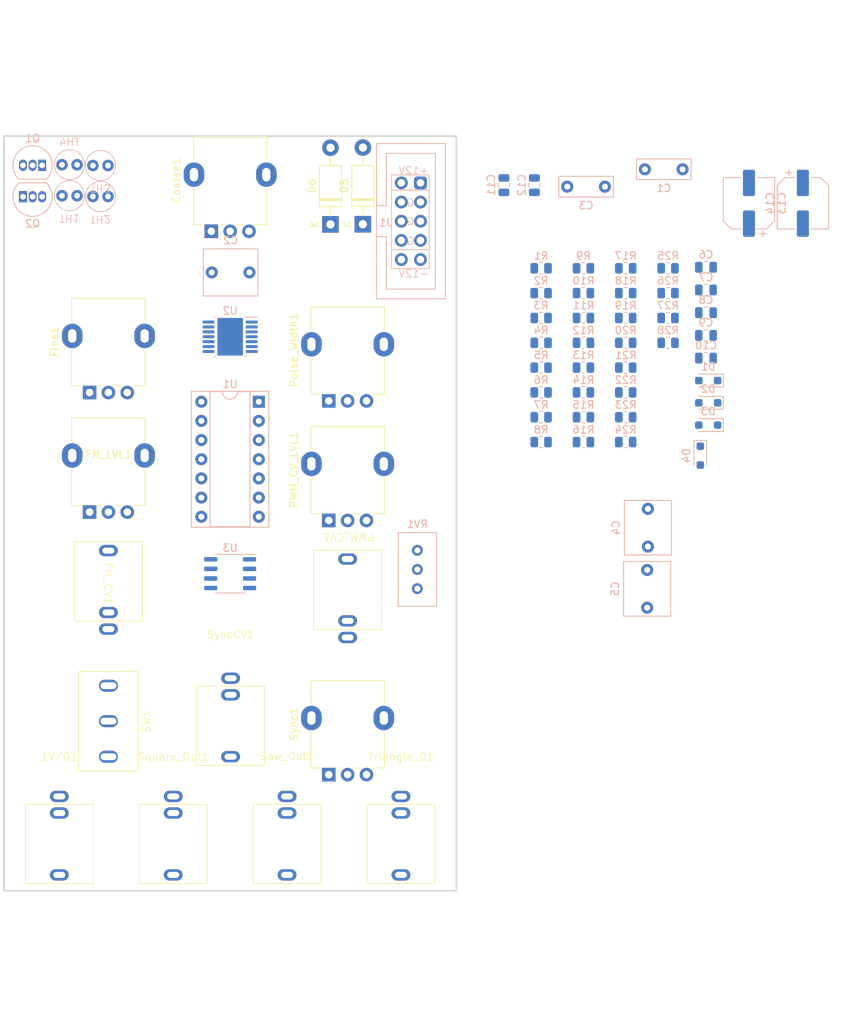
<source format=kicad_pcb>
(kicad_pcb (version 20221018) (generator pcbnew)
  (layers (0 "F.Cu" signal) (31 "B.Cu" signal) (34 "B.Paste" user) (35 "F.Paste" user) (36 "B.SilkS" user "B.Silkscreen") (37 "F.SilkS" user "F.Silkscreen") (38 "B.Mask" user) (39 "F.Mask" user) (44 "Edge.Cuts" user))
  (net 0 "")
  (net 1 "Earth")
  (net 2 "Net-(1V/O1-T)")
  (net 3 "Net-(D1-K)")
  (net 4 "Net-(U2A--)")
  (net 5 "Net-(C3-Pad1)")
  (net 6 "Net-(D2-K)")
  (net 7 "Net-(C5-Pad2)")
  (net 8 "+12V")
  (net 9 "-12V")
  (net 10 "Net-(Coarse1-Pad1)")
  (net 11 "Net-(Coarse1-Pad2)")
  (net 12 "Net-(Coarse1-Pad3)")
  (net 13 "Net-(D1-A)")
  (net 14 "Net-(D2-A)")
  (net 15 "Net-(D3-K)")
  (net 16 "Net-(D4-A)")
  (net 17 "Net-(D5-K)")
  (net 18 "Net-(D5-A)")
  (net 19 "Net-(D6-K)")
  (net 20 "Net-(D6-A)")
  (net 21 "Net-(Fine1-Pad2)")
  (net 22 "Net-(Fine1-Pad3)")
  (net 23 "Net-(FM_CV1-T)")
  (net 24 "Net-(Pulse_Width1-Pad2)")
  (net 25 "Net-(PWM_CV1-T)")
  (net 26 "Net-(Q1-B)")
  (net 27 "Net-(Q2-B)")
  (net 28 "Net-(R4-Pad1)")
  (net 29 "Net-(Saw_Out1-T)")
  (net 30 "Net-(R9-Pad2)")
  (net 31 "Net-(Square_Out1-T)")
  (net 32 "Net-(R12-Pad2)")
  (net 33 "Net-(R13-Pad1)")
  (net 34 "Net-(R14-Pad1)")
  (net 35 "Net-(R15-Pad1)")
  (net 36 "Net-(R16-Pad1)")
  (net 37 "Net-(SW1-C)")
  (net 38 "Net-(Triangle_O1-T)")
  (net 39 "Net-(Square_Out1-S)")
  (net 40 "Net-(SW1-B)")
  (net 44 "Net-(U2B-+)")
  (net 45 "Net-(U2B--)")
  (net 46 "Net-(U2C--)")
  (net 47 "Net-(U2D-+)")
  (net 48 "Net-(U2D--)")
  (net 49 "Net-(U3A-+)")
  (net 50 "Net-(U3B-+)")
  (net 51 "Net-(U3B--)")
  (net 54 "Net-(FM_LVL1-Pad1)")
  (net 55 "Net-(PWM_CV_LVL1-Pad2)")
  (footprint "My_Library:Potentiometer_Alpha_RD901F-40-00D_Single_Vertical" (layer "F.Cu") (at 51.415 46.616 90)
    (fp_text reference "Coarse1" (at 6.71 -4.64 90) (layer "F.SilkS"))
    (fp_text value "100K")
    (pad "" thru_hole oval (at 7.5 -2.3 180) (size 2.72 3.24) (drill oval 1.1 1.8) (layers "*.Cu" "*.Mask"))
    (pad "" thru_hole oval (at 7.5 7.3 180) (size 2.72 3.24) (drill oval 1.1 1.8) (layers "*.Cu" "*.Mask"))
    (pad "1" thru_hole rect (at 0 0 180) (size 1.8 1.8) (drill 1) (layers "*.Cu" "*.Mask") (net 10 "Net-(Coarse1-Pad1)"))
    (pad "2" thru_hole circle (at 0 2.5 180) (size 1.8 1.8) (drill 1) (layers "*.Cu" "*.Mask") (net 11 "Net-(Coarse1-Pad2)"))
    (pad "3" thru_hole circle (at 0 5 180) (size 1.8 1.8) (drill 1) (layers "*.Cu" "*.Mask") (net 12 "Net-(Coarse1-Pad3)"))
  )
  (footprint "My_Library:Potentiometer_Alpha_RD901F-40-00D_Single_Vertical" (layer "F.Cu") (at 35.2725 83.831241 90)
    (fp_text reference "FM_LVL1" (at 7.63 2.5 180) (layer "F.SilkS"))
    (fp_text value "1M")
    (pad "" thru_hole oval (at 7.5 -2.3 180) (size 2.72 3.24) (drill oval 1.1 1.8) (layers "*.Cu" "*.Mask"))
    (pad "" thru_hole oval (at 7.5 7.3 180) (size 2.72 3.24) (drill oval 1.1 1.8) (layers "*.Cu" "*.Mask"))
    (pad "1" thru_hole rect (at 0 0 180) (size 1.8 1.8) (drill 1) (layers "*.Cu" "*.Mask") (net 54 "Net-(FM_LVL1-Pad1)"))
    (pad "2" thru_hole circle (at 0 2.5 180) (size 1.8 1.8) (drill 1) (layers "*.Cu" "*.Mask") (net 27 "Net-(Q2-B)"))
    (pad "3" thru_hole circle (at 0 5 180) (size 1.8 1.8) (drill 1) (layers "*.Cu" "*.Mask") (net 27 "Net-(Q2-B)"))
  )
  (footprint "My_Library:Connector 3.5mm Mono Switched" (layer "F.Cu") (at 46.365 118.754 180)
    (fp_text reference "Square_Out1" (at 0 2.5 unlocked) (layer "F.SilkS") (effects (font (thickness 0.1))))
    (fp_text value "3.5mm_Switched_Mono_Jack" hide)
    (pad "1" thru_hole oval (at 0 -2.76 270) (size 1.5 2.5) (drill oval 0.8 1.6) (layers "*.Cu" "*.Mask") (net 39 "Net-(Square_Out1-S)"))
    (pad "2" thru_hole oval (at 0 -4.96 270) (size 1.5 2.5) (drill oval 0.8 1.6) (layers "*.Cu" "*.Mask") (net 39 "Net-(Square_Out1-S)"))
    (pad "3" thru_hole oval (at 0 -13.16 270) (size 1.5 2.5) (drill oval 0.8 1.6) (layers "*.Cu" "*.Mask") (net 31 "Net-(Square_Out1-T)"))
  )
  (footprint "Diode_THT:D_DO-41_SOD81_P10.16mm_Horizontal" (layer "F.Cu") (at 67.215 45.705 90)
    (fp_text reference "D6" (at 5.08 -2.47 90) (layer "F.SilkS"))
    (fp_text value "1N5819")
    (fp_text user "K" (at 0 -2.1 90) (layer "F.SilkS"))
    (pad "1" thru_hole rect (at 0 0 90) (size 2.2 2.2) (drill 1.1) (layers "*.Cu" "*.Mask") (net 19 "Net-(D6-K)"))
    (pad "2" thru_hole oval (at 10.16 0 90) (size 2.2 2.2) (drill 1.1) (layers "*.Cu" "*.Mask") (net 20 "Net-(D6-A)"))
  )
  (footprint "My_Library:Connector 3.5mm Mono Switched" (layer "F.Cu") (at 61.465 118.754 180)
    (fp_text reference "Saw_Out1" (at 0 2.58 unlocked) (layer "F.SilkS") (effects (font (thickness 0.1))))
    (fp_text value "3.5mm_Switched_Mono_Jack" hide)
    (pad "1" thru_hole oval (at 0 -2.76 270) (size 1.5 2.5) (drill oval 0.8 1.6) (layers "*.Cu" "*.Mask") (net 1 "Earth"))
    (pad "2" thru_hole oval (at 0 -4.96 270) (size 1.5 2.5) (drill oval 0.8 1.6) (layers "*.Cu" "*.Mask") (net 1 "Earth"))
    (pad "3" thru_hole oval (at 0 -13.16 270) (size 1.5 2.5) (drill oval 0.8 1.6) (layers "*.Cu" "*.Mask") (net 29 "Net-(Saw_Out1-T)"))
  )
  (footprint "My_Library:Connector 3.5mm Mono Switched" (layer "F.Cu") (at 31.265 118.754 180)
    (fp_text reference "1V/O1" (at 0 2.5 unlocked) (layer "F.SilkS") (effects (font (thickness 0.1))))
    (fp_text value "3.5mm_Switched_Mono_Jack" hide)
    (pad "1" thru_hole oval (at 0 -2.76 270) (size 1.5 2.5) (drill oval 0.8 1.6) (layers "*.Cu" "*.Mask") (net 1 "Earth"))
    (pad "2" thru_hole oval (at 0 -4.96 270) (size 1.5 2.5) (drill oval 0.8 1.6) (layers "*.Cu" "*.Mask") (net 1 "Earth"))
    (pad "3" thru_hole oval (at 0 -13.16 270) (size 1.5 2.5) (drill oval 0.8 1.6) (layers "*.Cu" "*.Mask") (net 2 "Net-(1V/O1-T)"))
  )
  (footprint "My_Library:Potentiometer_Alpha_RD901F-40-00D_Single_Vertical" (layer "F.Cu") (at 66.995 84.942516 90)
    (fp_text reference "PWM_CV_LVL1" (at 6.71 -4.64 90) (layer "F.SilkS"))
    (fp_text value "250K")
    (pad "" thru_hole oval (at 7.5 -2.3 180) (size 2.72 3.24) (drill oval 1.1 1.8) (layers "*.Cu" "*.Mask"))
    (pad "" thru_hole oval (at 7.5 7.3 180) (size 2.72 3.24) (drill oval 1.1 1.8) (layers "*.Cu" "*.Mask"))
    (pad "1" thru_hole rect (at 0 0 180) (size 1.8 1.8) (drill 1) (layers "*.Cu" "*.Mask") (net 25 "Net-(PWM_CV1-T)"))
    (pad "2" thru_hole circle (at 0 2.5 180) (size 1.8 1.8) (drill 1) (layers "*.Cu" "*.Mask") (net 55 "Net-(PWM_CV_LVL1-Pad2)"))
    (pad "3" thru_hole circle (at 0 5 180) (size 1.8 1.8) (drill 1) (layers "*.Cu" "*.Mask") (net 55 "Net-(PWM_CV_LVL1-Pad2)"))
  )
  (footprint "My_Library:Potentiometer_Alpha_RD901F-40-00D_Single_Vertical" (layer "F.Cu") (at 35.2725 67.99 90)
    (fp_text reference "Fine1" (at 6.71 -4.64 90) (layer "F.SilkS"))
    (fp_text value "100K")
    (pad "" thru_hole oval (at 7.5 -2.3 180) (size 2.72 3.24) (drill oval 1.1 1.8) (layers "*.Cu" "*.Mask"))
    (pad "" thru_hole oval (at 7.5 7.3 180) (size 2.72 3.24) (drill oval 1.1 1.8) (layers "*.Cu" "*.Mask"))
    (pad "1" thru_hole rect (at 0 0 180) (size 1.8 1.8) (drill 1) (layers "*.Cu" "*.Mask") (net 1 "Earth"))
    (pad "2" thru_hole circle (at 0 2.5 180) (size 1.8 1.8) (drill 1) (layers "*.Cu" "*.Mask") (net 21 "Net-(Fine1-Pad2)"))
    (pad "3" thru_hole circle (at 0 5 180) (size 1.8 1.8) (drill 1) (layers "*.Cu" "*.Mask") (net 22 "Net-(Fine1-Pad3)"))
  )
  (footprint "My_Library:Connector 3.5mm Mono Switched" (layer "F.Cu") (at 53.975 103.09 180)
    (fp_text reference "SyncCV1" (at 0 3.04 unlocked) (layer "F.SilkS") (effects (font (thickness 0.1))))
    (fp_text value "3.5mm_Switched_Mono_Jack" hide)
    (pad "1" thru_hole oval (at 0 -2.76 270) (size 1.5 2.5) (drill oval 0.8 1.6) (layers "*.Cu" "*.Mask"))
    (pad "2" thru_hole oval (at 0 -4.96 270) (size 1.5 2.5) (drill oval 0.8 1.6) (layers "*.Cu" "*.Mask"))
    (pad "3" thru_hole oval (at 0 -13.16 270) (size 1.5 2.5) (drill oval 0.8 1.6) (layers "*.Cu" "*.Mask"))
  )
  (footprint "My_Library:Connector 3.5mm Mono Switched" (layer "F.Cu") (at 69.495 103.208757)
    (fp_text reference "PWM_CV1" (at 0.16 -16.065 180 unlocked) (layer "F.SilkS") (effects (font (thickness 0.1))))
    (fp_text value "3.5mm_Switched_Mono_Jack")
    (pad "1" thru_hole oval (at 0 -2.76 90) (size 1.5 2.5) (drill oval 0.8 1.6) (layers "*.Cu" "*.Mask") (net 1 "Earth"))
    (pad "2" thru_hole oval (at 0 -4.96 90) (size 1.5 2.5) (drill oval 0.8 1.6) (layers "*.Cu" "*.Mask") (net 1 "Earth"))
    (pad "3" thru_hole oval (at 0 -13.16 90) (size 1.5 2.5) (drill oval 0.8 1.6) (layers "*.Cu" "*.Mask") (net 25 "Net-(PWM_CV1-T)"))
  )
  (footprint "My_Library:Potentiometer_Alpha_RD901F-40-00D_Single_Vertical" (layer "F.Cu") (at 66.995 69.101275 90)
    (fp_text reference "Pulse_Width1" (at 6.71 -4.64 90) (layer "F.SilkS"))
    (fp_text value "100K")
    (pad "" thru_hole oval (at 7.5 -2.3 180) (size 2.72 3.24) (drill oval 1.1 1.8) (layers "*.Cu" "*.Mask"))
    (pad "" thru_hole oval (at 7.5 7.3 180) (size 2.72 3.24) (drill oval 1.1 1.8) (layers "*.Cu" "*.Mask"))
    (pad "1" thru_hole rect (at 0 0 180) (size 1.8 1.8) (drill 1) (layers "*.Cu" "*.Mask") (net 8 "+12V"))
    (pad "2" thru_hole circle (at 0 2.5 180) (size 1.8 1.8) (drill 1) (layers "*.Cu" "*.Mask") (net 24 "Net-(Pulse_Width1-Pad2)"))
    (pad "3" thru_hole circle (at 0 5 180) (size 1.8 1.8) (drill 1) (layers "*.Cu" "*.Mask") (net 9 "-12V"))
  )
  (footprint "My_Library:SPDT ON-ON sw" (layer "F.Cu") (at 37.7725 111.538725 90)
    (fp_text reference "SW1" (at 0 5.08 90 unlocked) (layer "F.SilkS") (effects (font (thickness 0.1))))
    (fp_text value "SW_Nidec_CAS-120A1")
    (pad "1" thru_hole oval (at -4.711275 -0.000725 90) (size 1.6 2.5) (drill oval 0.9 2.1) (layers "*.Cu" "*.Mask") (net 37 "Net-(SW1-C)"))
    (pad "2" thru_hole oval (at 0 0 90) (size 1.6 2.5) (drill oval 0.9 2.1) (layers "*.Cu" "*.Mask") (net 40 "Net-(SW1-B)"))
    (pad "3" thru_hole oval (at 4.701666 0.00006 90) (size 1.6 2.5) (drill oval 0.9 2.1) (layers "*.Cu" "*.Mask"))
  )
  (footprint "My_Library:Potentiometer_Alpha_RD901F-40-00D_Single_Vertical" (layer "F.Cu") (at 66.995 118.625 90)
    (fp_text reference "Sync1" (at 6.71 -4.64 90) (layer "F.SilkS"))
    (fp_text value "R_Potentiometer")
    (pad "" thru_hole oval (at 7.5 -2.3 180) (size 2.72 3.24) (drill oval 1.1 1.8) (layers "*.Cu" "*.Mask"))
    (pad "" thru_hole oval (at 7.5 7.3 180) (size 2.72 3.24) (drill oval 1.1 1.8) (layers "*.Cu" "*.Mask"))
    (pad "1" thru_hole rect (at 0 0 180) (size 1.8 1.8) (drill 1) (layers "*.Cu" "*.Mask"))
    (pad "2" thru_hole circle (at 0 2.5 180) (size 1.8 1.8) (drill 1) (layers "*.Cu" "*.Mask"))
    (pad "3" thru_hole circle (at 0 5 180) (size 1.8 1.8) (drill 1) (layers "*.Cu" "*.Mask"))
  )
  (footprint "Diode_THT:D_DO-41_SOD81_P10.16mm_Horizontal" (layer "F.Cu") (at 71.515 45.685 90)
    (fp_text reference "D5" (at 5.08 -2.47 90) (layer "F.SilkS"))
    (fp_text value "1N5819")
    (fp_text user "K" (at 0 -2.1 90) (layer "F.SilkS"))
    (pad "1" thru_hole rect (at 0 0 90) (size 2.2 2.2) (drill 1.1) (layers "*.Cu" "*.Mask") (net 17 "Net-(D5-K)"))
    (pad "2" thru_hole oval (at 10.16 0 90) (size 2.2 2.2) (drill 1.1) (layers "*.Cu" "*.Mask") (net 18 "Net-(D5-A)"))
  )
  (footprint "My_Library:Connector 3.5mm Mono Switched" (layer "F.Cu") (at 37.7725 102.097482)
    (fp_text reference "FM_CV1" (at -0.055 -8.8 -90 unlocked) (layer "F.SilkS") (effects (font (thickness 0.1))))
    (fp_text value "3.5mm_Switched_Mono_Jack")
    (pad "1" thru_hole oval (at 0 -2.76 90) (size 1.5 2.5) (drill oval 0.8 1.6) (layers "*.Cu" "*.Mask") (net 1 "Earth"))
    (pad "2" thru_hole oval (at 0 -4.96 90) (size 1.5 2.5) (drill oval 0.8 1.6) (layers "*.Cu" "*.Mask") (net 1 "Earth"))
    (pad "3" thru_hole oval (at 0 -13.16 90) (size 1.5 2.5) (drill oval 0.8 1.6) (layers "*.Cu" "*.Mask") (net 23 "Net-(FM_CV1-T)"))
  )
  (footprint "My_Library:Connector 3.5mm Mono Switched" (layer "F.Cu") (at 76.565 118.754 180)
    (fp_text reference "Triangle_O1" (at 0 2.5 unlocked) (layer "F.SilkS") (effects (font (thickness 0.1))))
    (fp_text value "3.5mm_Switched_Mono_Jack" hide)
    (pad "1" thru_hole oval (at 0 -2.76 270) (size 1.5 2.5) (drill oval 0.8 1.6) (layers "*.Cu" "*.Mask") (net 1 "Earth"))
    (pad "2" thru_hole oval (at 0 -4.96 270) (size 1.5 2.5) (drill oval 0.8 1.6) (layers "*.Cu" "*.Mask") (net 1 "Earth"))
    (pad "3" thru_hole oval (at 0 -13.16 270) (size 1.5 2.5) (drill oval 0.8 1.6) (layers "*.Cu" "*.Mask") (net 38 "Net-(Triangle_O1-T)"))
  )
  (footprint "Resistor_SMD:R_0805_2012Metric" (layer "B.Cu") (at 95.155 51.525 180)
    (fp_text reference "R1" (at 0 1.65) (layer "B.SilkS") (effects (justify mirror)))
    (fp_text value "1M")
    (pad "1" smd roundrect (at -0.9125 0 180) (size 1.025 1.4) (layers "B.Cu" "B.Paste" "B.Mask") (roundrect_rratio 0.243902) (net 8 "+12V"))
    (pad "2" smd roundrect (at 0.9125 0 180) (size 1.025 1.4) (layers "B.Cu" "B.Paste" "B.Mask") (roundrect_rratio 0.243902) (net 26 "Net-(Q1-B)"))
  )
  (footprint "Capacitor_SMD:C_0805_2012Metric" (layer "B.Cu") (at 117.015 63.425 180)
    (fp_text reference "C10" (at 0 1.68) (layer "B.SilkS") (effects (justify mirror)))
    (fp_text value "0.1uF")
    (pad "1" smd roundrect (at -0.95 0 180) (size 1 1.45) (layers "B.Cu" "B.Paste" "B.Mask") (net 9 "-12V"))
    (pad "2" smd roundrect (at 0.95 0 180) (size 1 1.45) (layers "B.Cu" "B.Paste" "B.Mask") (net 1 "Earth"))
  )
  (footprint "Package_SO:SO-8_3.9x4.9mm_P1.27mm" (layer "B.Cu") (at 53.915 91.995 180)
    (fp_text reference "U3" (at 0 3.4) (layer "B.SilkS") (effects (justify mirror)))
    (fp_text value "TL072")
    (pad "1" smd roundrect (at -2.575 1.905 180) (size 1.75 0.6) (layers "B.Cu" "B.Paste" "B.Mask") (net 16 "Net-(D4-A)"))
    (pad "2" smd roundrect (at -2.575 0.635 180) (size 1.75 0.6) (layers "B.Cu" "B.Paste" "B.Mask") (net 16 "Net-(D4-A)"))
    (pad "3" smd roundrect (at -2.575 -0.635 180) (size 1.75 0.6) (layers "B.Cu" "B.Paste" "B.Mask") (net 49 "Net-(U3A-+)"))
    (pad "4" smd roundrect (at -2.575 -1.905 180) (size 1.75 0.6) (layers "B.Cu" "B.Paste" "B.Mask") (net 9 "-12V"))
    (pad "5" smd roundrect (at 2.575 -1.905 180) (size 1.75 0.6) (layers "B.Cu" "B.Paste" "B.Mask") (net 50 "Net-(U3B-+)"))
    (pad "6" smd roundrect (at 2.575 -0.635 180) (size 1.75 0.6) (layers "B.Cu" "B.Paste" "B.Mask") (net 51 "Net-(U3B--)"))
    (pad "7" smd roundrect (at 2.575 0.635 180) (size 1.75 0.6) (layers "B.Cu" "B.Paste" "B.Mask") (net 14 "Net-(D2-A)"))
    (pad "8" smd roundrect (at 2.575 1.905 180) (size 1.75 0.6) (layers "B.Cu" "B.Paste" "B.Mask") (net 8 "+12V"))
  )
  (footprint "Package_TO_SOT_THT:TO-92_Inline" (layer "B.Cu") (at 28.985 37.875 180)
    (fp_text reference "Q1" (at 1.27 3.56) (layer "B.SilkS") (effects (justify mirror)))
    (fp_text value "BC548")
    (pad "1" thru_hole rect (at 0 0 180) (size 1.05 1.5) (drill 0.75) (layers "*.Cu" "*.Mask") (net 15 "Net-(D3-K)"))
    (pad "2" thru_hole oval (at 1.27 0 180) (size 1.05 1.5) (drill 0.75) (layers "*.Cu" "*.Mask") (net 26 "Net-(Q1-B)"))
    (pad "3" thru_hole oval (at 2.54 0 180) (size 1.05 1.5) (drill 0.75) (layers "*.Cu" "*.Mask") (net 1 "Earth"))
  )
  (footprint "My_Library:Thermistor" (layer "B.Cu") (at 36.715 35.905)
    (fp_text reference "TH3" (at 0 5 180 unlocked) (layer "B.SilkS") (effects (font (thickness 0.1)) (justify mirror)))
    (fp_text value "10K NTC")
    (pad "1" thru_hole circle (at 1 2) (size 1.524 1.524) (drill 0.762) (layers "*.Cu" "*.Mask") (net 36 "Net-(R16-Pad1)"))
    (pad "2" thru_hole circle (at -1 2) (size 1.524 1.524) (drill 0.762) (layers "*.Cu" "*.Mask") (net 27 "Net-(Q2-B)"))
  )
  (footprint "Resistor_SMD:R_0805_2012Metric" (layer "B.Cu") (at 111.985 51.525 180)
    (fp_text reference "R25" (at 0 1.65) (layer "B.SilkS") (effects (justify mirror)))
    (fp_text value "10R")
    (pad "1" smd roundrect (at -0.9125 0 180) (size 1.025 1.4) (layers "B.Cu" "B.Paste" "B.Mask") (roundrect_rratio 0.243902) (net 20 "Net-(D6-A)"))
    (pad "2" smd roundrect (at 0.9125 0 180) (size 1.025 1.4) (layers "B.Cu" "B.Paste" "B.Mask") (roundrect_rratio 0.243902) (net 9 "-12V"))
  )
  (footprint "My_Library:Thermistor" (layer "B.Cu") (at 32.615 39.905)
    (fp_text reference "TH1" (at 0 5 180 unlocked) (layer "B.SilkS") (effects (font (thickness 0.1)) (justify mirror)))
    (fp_text value "10K NTC")
    (pad "1" thru_hole circle (at 1 2) (size 1.524 1.524) (drill 0.762) (layers "*.Cu" "*.Mask") (net 33 "Net-(R13-Pad1)"))
    (pad "2" thru_hole circle (at -1 2) (size 1.524 1.524) (drill 0.762) (layers "*.Cu" "*.Mask") (net 54 "Net-(FM_LVL1-Pad1)"))
  )
  (footprint "Capacitor_SMD:CP_Elec_6.3x5.8" (layer "B.Cu") (at 122.715 42.905 90)
    (fp_text reference "C13" (at 0 4.35 90) (layer "B.SilkS") (effects (justify mirror)))
    (fp_text value "47uF")
    (pad "1" smd roundrect (at -2.7 0 90) (size 3.5 1.6) (layers "B.Cu" "B.Paste" "B.Mask") (roundrect_rratio 0.15625) (net 8 "+12V"))
    (pad "2" smd roundrect (at 2.7 0 90) (size 3.5 1.6) (layers "B.Cu" "B.Paste" "B.Mask") (roundrect_rratio 0.15625) (net 1 "Earth"))
  )
  (footprint "Resistor_SMD:R_0805_2012Metric" (layer "B.Cu") (at 95.155 71.265 180)
    (fp_text reference "R7" (at 0 1.65) (layer "B.SilkS") (effects (justify mirror)))
    (fp_text value "68K")
    (pad "1" smd roundrect (at -0.9125 0 180) (size 1.025 1.4) (layers "B.Cu" "B.Paste" "B.Mask") (roundrect_rratio 0.243902) (net 46 "Net-(U2C--)"))
    (pad "2" smd roundrect (at 0.9125 0 180) (size 1.025 1.4) (layers "B.Cu" "B.Paste" "B.Mask") (roundrect_rratio 0.243902) (net 55 "Net-(PWM_CV_LVL1-Pad2)"))
  )
  (footprint "Resistor_SMD:R_0805_2012Metric" (layer "B.Cu") (at 95.155 54.815 180)
    (fp_text reference "R2" (at 0 1.65) (layer "B.SilkS") (effects (justify mirror)))
    (fp_text value "100K")
    (pad "1" smd roundrect (at -0.9125 0 180) (size 1.025 1.4) (layers "B.Cu" "B.Paste" "B.Mask") (roundrect_rratio 0.243902) (net 44 "Net-(U2B-+)"))
    (pad "2" smd roundrect (at 0.9125 0 180) (size 1.025 1.4) (layers "B.Cu" "B.Paste" "B.Mask") (roundrect_rratio 0.243902) (net 1 "Earth"))
  )
  (footprint "Capacitor_THT:C_Rect_L7.0mm_W6.0mm_P5.00mm" (layer "B.Cu") (at 109.215 91.505 -90)
    (fp_text reference "C5" (at 2.5 4.25 90) (layer "B.SilkS") (effects (justify mirror)))
    (fp_text value "1uF")
    (pad "1" thru_hole circle (at 0 0 270) (size 1.6 1.6) (drill 0.8) (layers "*.Cu" "*.Mask") (net 6 "Net-(D2-K)"))
    (pad "2" thru_hole circle (at 5 0 270) (size 1.6 1.6) (drill 0.8) (layers "*.Cu" "*.Mask") (net 7 "Net-(C5-Pad2)"))
  )
  (footprint "Capacitor_SMD:C_0805_2012Metric" (layer "B.Cu") (at 94.265 40.505 -90)
    (fp_text reference "C12" (at 0 1.68 90) (layer "B.SilkS") (effects (justify mirror)))
    (fp_text value "0.1uF")
    (pad "1" smd roundrect (at -0.95 0 270) (size 1 1.45) (layers "B.Cu" "B.Paste" "B.Mask") (net 1 "Earth"))
    (pad "2" smd roundrect (at 0.95 0 270) (size 1 1.45) (layers "B.Cu" "B.Paste" "B.Mask") (net 9 "-12V"))
  )
  (footprint "Resistor_SMD:R_0805_2012Metric" (layer "B.Cu") (at 95.155 64.685 180)
    (fp_text reference "R5" (at 0 1.65) (layer "B.SilkS") (effects (justify mirror)))
    (fp_text value "1K")
    (pad "1" smd roundrect (at -0.9125 0 180) (size 1.025 1.4) (layers "B.Cu" "B.Paste" "B.Mask") (roundrect_rratio 0.243902) (net 29 "Net-(Saw_Out1-T)"))
    (pad "2" smd roundrect (at 0.9125 0 180) (size 1.025 1.4) (layers "B.Cu" "B.Paste" "B.Mask") (roundrect_rratio 0.243902) (net 28 "Net-(R4-Pad1)"))
  )
  (footprint "Resistor_SMD:R_0805_2012Metric" (layer "B.Cu") (at 95.155 74.555 180)
    (fp_text reference "R8" (at 0 1.65) (layer "B.SilkS") (effects (justify mirror)))
    (fp_text value "100K")
    (pad "1" smd roundrect (at -0.9125 0 180) (size 1.025 1.4) (layers "B.Cu" "B.Paste" "B.Mask") (roundrect_rratio 0.243902) (net 46 "Net-(U2C--)"))
    (pad "2" smd roundrect (at 0.9125 0 180) (size 1.025 1.4) (layers "B.Cu" "B.Paste" "B.Mask") (roundrect_rratio 0.243902) (net 24 "Net-(Pulse_Width1-Pad2)"))
  )
  (footprint "Package_SO:HTSSOP-14-1EP_4.4x5mm_P0.65mm_EP3.4x5mm_Mask3x3.1mm" (layer "B.Cu") (at 53.915 60.6 180)
    (fp_text reference "U2" (at 0 3.45) (layer "B.SilkS") (effects (justify mirror)))
    (fp_text value "TL074")
    (pad "1" smd roundrect (at -2.8625 1.95 180) (size 1.575 0.4) (layers "B.Cu" "B.Paste" "B.Mask") (net 4 "Net-(U2A--)"))
    (pad "2" smd roundrect (at -2.8625 1.3 180) (size 1.575 0.4) (layers "B.Cu" "B.Paste" "B.Mask") (net 4 "Net-(U2A--)"))
    (pad "3" smd roundrect (at -2.8625 0.65 180) (size 1.575 0.4) (layers "B.Cu" "B.Paste" "B.Mask") (net 3 "Net-(D1-K)"))
    (pad "4" smd roundrect (at -2.8625 0 180) (size 1.575 0.4) (layers "B.Cu" "B.Paste" "B.Mask") (net 8 "+12V"))
    (pad "5" smd roundrect (at -2.8625 -0.65 180) (size 1.575 0.4) (layers "B.Cu" "B.Paste" "B.Mask") (net 44 "Net-(U2B-+)"))
    (pad "6" smd roundrect (at -2.8625 -1.3 180) (size 1.575 0.4) (layers "B.Cu" "B.Paste" "B.Mask") (net 45 "Net-(U2B--)"))
    (pad "7" smd roundrect (at -2.8625 -1.95 180) (size 1.575 0.4) (layers "B.Cu" "B.Paste" "B.Mask") (net 28 "Net-(R4-Pad1)"))
    (pad "8" smd roundrect (at 2.8625 -1.95 180) (size 1.575 0.4) (layers "B.Cu" "B.Paste" "B.Mask") (net 30 "Net-(R9-Pad2)"))
    (pad "9" smd roundrect (at 2.8625 -1.3 180) (size 1.575 0.4) (layers "B.Cu" "B.Paste" "B.Mask") (net 46 "Net-(U2C--)"))
    (pad "10" smd roundrect (at 2.8625 -0.65 180) (size 1.575 0.4) (layers "B.Cu" "B.Paste" "B.Mask") (net 44 "Net-(U2B-+)"))
    (pad "11" smd roundrect (at 2.8625 0 180) (size 1.575 0.4) (layers "B.Cu" "B.Paste" "B.Mask") (net 9 "-12V"))
    (pad "12" smd roundrect (at 2.8625 0.65 180) (size 1.575 0.4) (layers "B.Cu" "B.Paste" "B.Mask") (net 47 "Net-(U2D-+)"))
    (pad "13" smd roundrect (at 2.8625 1.3 180) (size 1.575 0.4) (layers "B.Cu" "B.Paste" "B.Mask") (net 48 "Net-(U2D--)"))
    (pad "14" smd roundrect (at 2.8625 1.95 180) (size 1.575 0.4) (layers "B.Cu" "B.Paste" "B.Mask") (net 48 "Net-(U2D--)"))
    (pad "15" smd rect (at 0 0 180) (size 3.4 5) (layers "B.Cu"))
  )
  (footprint "Resistor_SMD:R_0805_2012Metric" (layer "B.Cu") (at 100.765 64.685 180)
    (fp_text reference "R13" (at 0 1.65) (layer "B.SilkS") (effects (justify mirror)))
    (fp_text value "100K")
    (pad "1" smd roundrect (at -0.9125 0 180) (size 1.025 1.4) (layers "B.Cu" "B.Paste" "B.Mask") (roundrect_rratio 0.243902) (net 33 "Net-(R13-Pad1)"))
    (pad "2" smd roundrect (at 0.9125 0 180) (size 1.025 1.4) (layers "B.Cu" "B.Paste" "B.Mask") (roundrect_rratio 0.243902) (net 23 "Net-(FM_CV1-T)"))
  )
  (footprint "Resistor_SMD:R_0805_2012Metric" (layer "B.Cu") (at 106.375 61.395 180)
    (fp_text reference "R20" (at 0 1.65) (layer "B.SilkS") (effects (justify mirror)))
    (fp_text value "200K")
    (pad "1" smd roundrect (at -0.9125 0 180) (size 1.025 1.4) (layers "B.Cu" "B.Paste" "B.Mask") (roundrect_rratio 0.243902) (net 49 "Net-(U3A-+)"))
    (pad "2" smd roundrect (at 0.9125 0 180) (size 1.025 1.4) (layers "B.Cu" "B.Paste" "B.Mask") (roundrect_rratio 0.243902) (net 1 "Earth"))
  )
  (footprint "Package_TO_SOT_THT:TO-92_Inline" (layer "B.Cu") (at 26.445 42.045)
    (fp_text reference "Q2" (at 1.27 3.56) (layer "B.SilkS") (effects (justify mirror)))
    (fp_text value "BC558")
    (pad "1" thru_hole rect (at 0 0) (size 1.05 1.5) (drill 0.75) (layers "*.Cu" "*.Mask") (net 26 "Net-(Q1-B)"))
    (pad "2" thru_hole oval (at 1.27 0) (size 1.05 1.5) (drill 0.75) (layers "*.Cu" "*.Mask") (net 27 "Net-(Q2-B)"))
    (pad "3" thru_hole oval (at 2.54 0) (size 1.05 1.5) (drill 0.75) (layers "*.Cu" "*.Mask") (net 9 "-12V"))
  )
  (footprint "Resistor_SMD:R_0805_2012Metric" (layer "B.Cu") (at 100.765 54.815 180)
    (fp_text reference "R10" (at 0 1.65) (layer "B.SilkS") (effects (justify mirror)))
    (fp_text value "68K")
    (pad "1" smd roundrect (at -0.9125 0 180) (size 1.025 1.4) (layers "B.Cu" "B.Paste" "B.Mask") (roundrect_rratio 0.243902) (net 47 "Net-(U2D-+)"))
    (pad "2" smd roundrect (at 0.9125 0 180) (size 1.025 1.4) (layers "B.Cu" "B.Paste" "B.Mask") (roundrect_rratio 0.243902) (net 1 "Earth"))
  )
  (footprint "Resistor_SMD:R_0805_2012Metric" (layer "B.Cu") (at 95.155 67.975 180)
    (fp_text reference "R6" (at 0 1.65) (layer "B.SilkS") (effects (justify mirror)))
    (fp_text value "14K")
    (pad "1" smd roundrect (at -0.9125 0 180) (size 1.025 1.4) (layers "B.Cu" "B.Paste" "B.Mask") (roundrect_rratio 0.243902) (net 1 "Earth"))
    (pad "2" smd roundrect (at 0.9125 0 180) (size 1.025 1.4) (layers "B.Cu" "B.Paste" "B.Mask") (roundrect_rratio 0.243902) (net 46 "Net-(U2C--)"))
  )
  (footprint "My_Library:IDC-Header_2x05_P2.54mm_Vertical" (layer "B.Cu") (at 78.315 40.205 180)
    (fp_text reference "J1" (at 3.81 -5.28) (layer "B.SilkS") (effects (justify mirror)))
    (fp_text value "Conn_02x05_Odd_Even")
    (fp_text user "G" (at -0.1 -5.7 unlocked) (layer "B.SilkS") (effects (font (thickness 0.1)) (justify left bottom mirror)))
    (fp_text user "G" (at -0.1 -8.3 unlocked) (layer "B.SilkS") (effects (font (thickness 0.1)) (justify left bottom mirror)))
    (fp_text user "+12V" (at -2 1.04 unlocked) (layer "B.SilkS") (effects (font (thickness 0.1)) (justify left bottom mirror)))
    (fp_text user "G" (at -0.1 -3.2 unlocked) (layer "B.SilkS") (effects (font (thickness 0.1)) (justify left bottom mirror)))
    (fp_text user "-12V" (at -2 -12.6 unlocked) (layer "B.SilkS") (effects (font (thickness 0.1)) (justify left bottom mirror)))
    (pad "1" thru_hole roundrect (at -0.84 0) (size 1.7 1.7) (drill 1) (layers "*.Cu" "*.Mask") (net 18 "Net-(D5-A)"))
    (pad "2" thru_hole circle (at 1.7 0) (size 1.7 1.7) (drill 1) (layers "*.Cu" "*.Mask") (net 18 "Net-(D5-A)"))
    (pad "3" thru_hole circle (at -0.84 -2.54) (size 1.7 1.7) (drill 1) (layers "*.Cu" "*.Mask") (net 1 "Earth"))
    (pad "4" thru_hole circle (at 1.7 -2.54) (size 1.7 1.7) (drill 1) (layers "*.Cu" "*.Mask") (net 1 "Earth"))
    (pad "5" thru_hole circle (at -0.84 -5.08) (size 1.7 1.7) (drill 1) (layers "*.Cu" "*.Mask") (net 1 "Earth"))
    (pad "6" thru_hole circle (at 1.7 -5.08) (size 1.7 1.7) (drill 1) (layers "*.Cu" "*.Mask") (net 1 "Earth"))
    (pad "7" thru_hole circle (at -0.84 -7.62) (size 1.7 1.7) (drill 1) (layers "*.Cu" "*.Mask") (net 1 "Earth"))
    (pad "8" thru_hole circle (at 1.7 -7.62) (size 1.7 1.7) (drill 1) (layers "*.Cu" "*.Mask") (net 1 "Earth"))
    (pad "9" thru_hole circle (at -0.84 -10.16) (size 1.7 1.7) (drill 1) (layers "*.Cu" "*.Mask") (net 19 "Net-(D6-K)"))
    (pad "10" thru_hole circle (at 1.7 -10.16) (size 1.7 1.7) (drill 1) (layers "*.Cu" "*.Mask") (net 19 "Net-(D6-K)"))
  )
  (footprint "Capacitor_SMD:C_0805_2012Metric" (layer "B.Cu") (at 117.015 54.395 180)
    (fp_text reference "C7" (at 0 1.68) (layer "B.SilkS") (effects (justify mirror)))
    (fp_text value "0.1uF")
    (pad "1" smd roundrect (at -0.95 0 180) (size 1 1.45) (layers "B.Cu" "B.Paste" "B.Mask") (net 1 "Earth"))
    (pad "2" smd roundrect (at 0.95 0 180) (size 1 1.45) (layers "B.Cu" "B.Paste" "B.Mask") (net 9 "-12V"))
  )
  (footprint "Resistor_SMD:R_0805_2012Metric" (layer "B.Cu") (at 106.375 67.975 180)
    (fp_text reference "R22" (at 0 1.65) (layer "B.SilkS") (effects (justify mirror)))
    (fp_text value "10K")
    (pad "1" smd roundrect (at -0.9125 0 180) (size 1.025 1.4) (layers "B.Cu" "B.Paste" "B.Mask") (roundrect_rratio 0.243902) (net 51 "Net-(U3B--)"))
    (pad "2" smd roundrect (at 0.9125 0 180) (size 1.025 1.4) (layers "B.Cu" "B.Paste" "B.Mask") (roundrect_rratio 0.243902) (net 14 "Net-(D2-A)"))
  )
  (footprint "Resistor_SMD:R_0805_2012Metric" (layer "B.Cu") (at 100.765 61.395 180)
    (fp_text reference "R12" (at 0 1.65) (layer "B.SilkS") (effects (justify mirror)))
    (fp_text value "1K5")
    (pad "1" smd roundrect (at -0.9125 0 180) (size 1.025 1.4) (layers "B.Cu" "B.Paste" "B.Mask") (roundrect_rratio 0.243902) (net 27 "Net-(Q2-B)"))
    (pad "2" smd roundrect (at 0.9125 0 180) (size 1.025 1.4) (layers "B.Cu" "B.Paste" "B.Mask") (roundrect_rratio 0.243902) (net 32 "Net-(R12-Pad2)"))
  )
  (footprint "Resistor_SMD:R_0805_2012Metric" (layer "B.Cu") (at 100.765 71.265 180)
    (fp_text reference "R15" (at 0 1.65) (layer "B.SilkS") (effects (justify mirror)))
    (fp_text value "1M")
    (pad "1" smd roundrect (at -0.9125 0 180) (size 1.025 1.4) (layers "B.Cu" "B.Paste" "B.Mask") (roundrect_rratio 0.243902) (net 35 "Net-(R15-Pad1)"))
    (pad "2" smd roundrect (at 0.9125 0 180) (size 1.025 1.4) (layers "B.Cu" "B.Paste" "B.Mask") (roundrect_rratio 0.243902) (net 21 "Net-(Fine1-Pad2)"))
  )
  (footprint "Diode_SMD:D_SOD-323_HandSoldering" (layer "B.Cu") (at 117.315 66.405 180)
    (fp_text reference "D1" (at 0 1.85) (layer "B.SilkS") (effects (justify mirror)))
    (fp_text value "1N4148")
    (pad "1" smd roundrect (at -1.25 0 180) (size 1 1) (layers "B.Cu" "B.Paste" "B.Mask") (net 3 "Net-(D1-K)"))
    (pad "2" smd roundrect (at 1.25 0 180) (size 1 1) (layers "B.Cu" "B.Paste" "B.Mask") (net 13 "Net-(D1-A)"))
  )
  (footprint "Capacitor_THT:C_Rect_L7.0mm_W2.5mm_P5.00mm" (layer "B.Cu") (at 108.915 38.405)
    (fp_text reference "C1" (at 2.5 2.5) (layer "B.SilkS") (effects (justify mirror)))
    (fp_text value "2.2n")
    (pad "1" thru_hole circle (at 0 0) (size 1.6 1.6) (drill 0.8) (layers "*.Cu" "*.Mask") (net 3 "Net-(D1-K)"))
    (pad "2" thru_hole circle (at 5 0) (size 1.6 1.6) (drill 0.8) (layers "*.Cu" "*.Mask") (net 1 "Earth"))
  )
  (footprint "Diode_SMD:D_SOD-323_HandSoldering" (layer "B.Cu") (at 116.265 76.35 -90)
    (fp_text reference "D4" (at 0 1.85 90) (layer "B.SilkS") (effects (justify mirror)))
    (fp_text value "1N4148")
    (pad "1" smd roundrect (at -1.25 0 270) (size 1 1) (layers "B.Cu" "B.Paste" "B.Mask") (net 6 "Net-(D2-K)"))
    (pad "2" smd roundrect (at 1.25 0 270) (size 1 1) (layers "B.Cu" "B.Paste" "B.Mask") (net 16 "Net-(D4-A)"))
  )
  (footprint "Resistor_SMD:R_0805_2012Metric" (layer "B.Cu") (at 95.155 58.105 180)
    (fp_text reference "R3" (at 0 1.65) (layer "B.SilkS") (effects (justify mirror)))
    (fp_text value "47K")
    (pad "1" smd roundrect (at -0.9125 0 180) (size 1.025 1.4) (layers "B.Cu" "B.Paste" "B.Mask") (roundrect_rratio 0.243902) (net 1 "Earth"))
    (pad "2" smd roundrect (at 0.9125 0 180) (size 1.025 1.4) (layers "B.Cu" "B.Paste" "B.Mask") (roundrect_rratio 0.243902) (net 45 "Net-(U2B--)"))
  )
  (footprint "Resistor_SMD:R_0805_2012Metric" (layer "B.Cu") (at 111.985 61.395 180)
    (fp_text reference "R28" (at 0 1.65) (layer "B.SilkS") (effects (justify mirror)))
    (fp_text value "1K")
    (pad "1" smd roundrect (at -0.9125 0 180) (size 1.025 1.4) (layers "B.Cu" "B.Paste" "B.Mask") (roundrect_rratio 0.243902) (net 7 "Net-(C5-Pad2)"))
    (pad "2" smd roundrect (at 0.9125 0 180) (size 1.025 1.4) (layers "B.Cu" "B.Paste" "B.Mask") (roundrect_rratio 0.243902) (net 38 "Net-(Triangle_O1-T)"))
  )
  (footprint "Potentiometer_THT:Potentiometer_Bourns_3386C_Horizontal" (layer "B.Cu") (at 78.74 88.9 180)
    (fp_text reference "RV1" (at 0 3.475) (layer "B.SilkS") (effects (justify mirror)))
    (fp_text value "1K")
    (pad "1" thru_hole circle (at 0 0 180) (size 1.44 1.44) (drill 0.8) (layers "*.Cu" "*.Mask") (net 32 "Net-(R12-Pad2)"))
    (pad "2" thru_hole circle (at 0 -2.54 180) (size 1.44 1.44) (drill 0.8) (layers "*.Cu" "*.Mask") (net 32 "Net-(R12-Pad2)"))
    (pad "3" thru_hole circle (at 0 -5.08 180) (size 1.44 1.44) (drill 0.8) (layers "*.Cu" "*.Mask") (net 1 "Earth"))
  )
  (footprint "Capacitor_SMD:CP_Elec_6.3x5.8" (layer "B.Cu") (at 129.865 42.905 -90)
    (fp_text reference "C14" (at 0 4.35 90) (layer "B.SilkS") (effects (justify mirror)))
    (fp_text value "47uF")
    (pad "1" smd roundrect (at -2.7 0 270) (size 3.5 1.6) (layers "B.Cu" "B.Paste" "B.Mask") (roundrect_rratio 0.15625) (net 1 "Earth"))
    (pad "2" smd roundrect (at 2.7 0 270) (size 3.5 1.6) (layers "B.Cu" "B.Paste" "B.Mask") (roundrect_rratio 0.15625) (net 9 "-12V"))
  )
  (footprint "My_Library:Thermistor" (layer "B.Cu") (at 32.615 39.805 180)
    (fp_text reference "TH4" (at 0 5 unlocked) (layer "B.SilkS") (effects (font (thickness 0.1)) (justify mirror)))
    (fp_text value "10K NTC")
    (pad "1" thru_hole circle (at 1 2 180) (size 1.524 1.524) (drill 0.762) (layers "*.Cu" "*.Mask") (net 35 "Net-(R15-Pad1)"))
    (pad "2" thru_hole circle (at -1 2 180) (size 1.524 1.524) (drill 0.762) (layers "*.Cu" "*.Mask") (net 27 "Net-(Q2-B)"))
  )
  (footprint "Resistor_SMD:R_0805_2012Metric" (layer "B.Cu") (at 106.375 74.555 180)
    (fp_text reference "R24" (at 0 1.65) (layer "B.SilkS") (effects (justify mirror)))
    (fp_text value "200K")
    (pad "1" smd roundrect (at -0.9125 0 180) (size 1.025 1.4) (layers "B.Cu" "B.Paste" "B.Mask") (roundrect_rratio 0.243902) (net 1 "Earth"))
    (pad "2" smd roundrect (at 0.9125 0 180) (size 1.025 1.4) (layers "B.Cu" "B.Paste" "B.Mask") (roundrect_rratio 0.243902) (net 7 "Net-(C5-Pad2)"))
  )
  (footprint "Resistor_SMD:R_0805_2012Metric" (layer "B.Cu") (at 100.765 67.975 180)
    (fp_text reference "R14" (at 0 1.65) (layer "B.SilkS") (effects (justify mirror)))
    (fp_text value "100K")
    (pad "1" smd roundrect (at -0.9125 0 180) (size 1.025 1.4) (layers "B.Cu" "B.Paste" "B.Mask") (roundrect_rratio 0.243902) (net 34 "Net-(R14-Pad1)"))
    (pad "2" smd roundrect (at 0.9125 0 180) (size 1.025 1.4) (layers "B.Cu" "B.Paste" "B.Mask") (roundrect_rratio 0.243902) (net 2 "Net-(1V/O1-T)"))
  )
  (footprint "Resistor_SMD:R_0805_2012Metric" (layer "B.Cu") (at 106.375 54.815 180)
    (fp_text reference "R18" (at 0 1.65) (layer "B.SilkS") (effects (justify mirror)))
    (fp_text value "33K")
    (pad "1" smd roundrect (at -0.9125 0 180) (size 1.025 1.4) (layers "B.Cu" "B.Paste" "B.Mask") (roundrect_rratio 0.243902) (net 12 "Net-(Coarse1-Pad3)"))
    (pad "2" smd roundrect (at 0.9125 0 180) (size 1.025 1.4) (layers "B.Cu" "B.Paste" "B.Mask") (roundrect_rratio 0.243902) (net 9 "-12V"))
  )
  (footprint "Resistor_SMD:R_0805_2012Metric" (layer "B.Cu") (at 106.375 51.525 180)
    (fp_text reference "R17" (at 0 1.65) (layer "B.SilkS") (effects (justify mirror)))
    (fp_text value "100K")
    (pad "1" smd roundrect (at -0.9125 0 180) (size 1.025 1.4) (layers "B.Cu" "B.Paste" "B.Mask") (roundrect_rratio 0.243902) (net 10 "Net-(Coarse1-Pad1)"))
    (pad "2" smd roundrect (at 0.9125 0 180) (size 1.025 1.4) (layers "B.Cu" "B.Paste" "B.Mask") (roundrect_rratio 0.243902) (net 8 "+12V"))
  )
  (footprint "Capacitor_SMD:C_0805_2012Metric" (layer "B.Cu") (at 117.015 57.405 180)
    (fp_text reference "C8" (at 0 1.68) (layer "B.SilkS") (effects (justify mirror)))
    (fp_text value "0.1uF")
    (pad "1" smd roundrect (at -0.95 0 180) (size 1 1.45) (layers "B.Cu" "B.Paste" "B.Mask") (net 8 "+12V"))
    (pad "2" smd roundrect (at 0.95 0 180) (size 1 1.45) (layers "B.Cu" "B.Paste" "B.Mask") (net 1 "Earth"))
  )
  (footprint "Resistor_SMD:R_0805_2012Metric" (layer "B.Cu") (at 106.375 64.685 180)
    (fp_text reference "R21" (at 0 1.65) (layer "B.SilkS") (effects (justify mirror)))
    (fp_text value "10K")
    (pad "1" smd roundrect (at -0.9125 0 180) (size 1.025 1.4) (layers "B.Cu" "B.Paste" "B.Mask") (roundrect_rratio 0.243902) (net 16 "Net-(D4-A)"))
    (pad "2" smd roundrect (at 0.9125 0 180) (size 1.025 1.4) (layers "B.Cu" "B.Paste" "B.Mask") (roundrect_rratio 0.243902) (net 50 "Net-(U3B-+)"))
  )
  (footprint "Capacitor_SMD:C_0805_2012Metric" (layer "B.Cu") (at 117.015 60.415 180)
    (fp_text reference "C9" (at 0 1.68) (layer "B.SilkS") (effects (justify mirror)))
    (fp_text value "0.1uF")
    (pad "1" smd roundrect (at -0.95 0 180) (size 1 1.45) (layers "B.Cu" "B.Paste" "B.Mask") (net 8 "+12V"))
    (pad "2" smd roundrect (at 0.95 0 180) (size 1 1.45) (layers "B.Cu" "B.Paste" "B.Mask") (net 1 "Earth"))
  )
  (footprint "Resistor_SMD:R_0805_2012Metric" (layer "B.Cu") (at 100.765 74.555 180)
    (fp_text reference "R16" (at 0 1.65) (layer "B.SilkS") (effects (justify mirror)))
    (fp_text value "100K")
    (pad "1" smd roundrect (at -0.9125 0 180) (size 1.025 1.4) (layers "B.Cu" "B.Paste" "B.Mask") (roundrect_rratio 0.243902) (net 36 "Net-(R16-Pad1)"))
    (pad "2" smd roundrect (at 0.9125 0 180) (size 1.025 1.4) (layers "B.Cu" "B.Paste" "B.Mask") (roundrect_rratio 0.243902) (net 11 "Net-(Coarse1-Pad2)"))
  )
  (footprint "Diode_SMD:D_SOD-323_HandSoldering" (layer "B.Cu") (at 117.315 69.355 180)
    (fp_text reference "D2" (at 0 1.85) (layer "B.SilkS") (effects (justify mirror)))
    (fp_text value "1N4148")
    (pad "1" smd roundrect (at -1.25 0 180) (size 1 1) (layers "B.Cu" "B.Paste" "B.Mask") (net 6 "Net-(D2-K)"))
    (pad "2" smd roundrect (at 1.25 0 180) (size 1 1) (layers "B.Cu" "B.Paste" "B.Mask") (net 14 "Net-(D2-A)"))
  )
  (footprint "Resistor_SMD:R_0805_2012Metric" (layer "B.Cu") (at 106.375 58.105 180)
    (fp_text reference "R19" (at 0 1.65) (layer "B.SilkS") (effects (justify mirror)))
    (fp_text value "100K")
    (pad "1" smd roundrect (at -0.9125 0 180) (size 1.025 1.4) (layers "B.Cu" "B.Paste" "B.Mask") (roundrect_rratio 0.243902) (net 22 "Net-(Fine1-Pad3)"))
    (pad "2" smd roundrect (at 0.9125 0 180) (size 1.025 1.4) (layers "B.Cu" "B.Paste" "B.Mask") (roundrect_rratio 0.243902) (net 9 "-12V"))
  )
  (footprint "My_Library:Thermistor" (layer "B.Cu") (at 36.715 40.005)
    (fp_text reference "TH2" (at 0 5 180 unlocked) (layer "B.SilkS") (effects (font (thickness 0.1)) (justify mirror)))
    (fp_text value "10K NTC")
    (pad "1" thru_hole circle (at 1 2) (size 1.524 1.524) (drill 0.762) (layers "*.Cu" "*.Mask") (net 34 "Net-(R14-Pad1)"))
    (pad "2" thru_hole circle (at -1 2) (size 1.524 1.524) (drill 0.762) (layers "*.Cu" "*.Mask") (net 27 "Net-(Q2-B)"))
  )
  (footprint "Capacitor_THT:C_Rect_L7.0mm_W6.0mm_P5.00mm" (layer "B.Cu") (at 109.315 83.405 -90)
    (fp_text reference "C4" (at 2.5 4.25 90) (layer "B.SilkS") (effects (justify mirror)))
    (fp_text value "1uF")
    (pad "1" thru_hole circle (at 0 0 270) (size 1.6 1.6) (drill 0.8) (layers "*.Cu" "*.Mask") (net 3 "Net-(D1-K)"))
    (pad "2" thru_hole circle (at 5 0 270) (size 1.6 1.6) (drill 0.8) (layers "*.Cu" "*.Mask") (net 49 "Net-(U3A-+)"))
  )
  (footprint "Resistor_SMD:R_0805_2012Metric" (layer "B.Cu") (at 95.155 61.395 180)
    (fp_text reference "R4" (at 0 1.65) (layer "B.SilkS") (effects (justify mirror)))
    (fp_text value "100K")
    (pad "1" smd roundrect (at -0.9125 0 180) (size 1.025 1.4) (layers "B.Cu" "B.Paste" "B.Mask") (roundrect_rratio 0.243902) (net 28 "Net-(R4-Pad1)"))
    (pad "2" smd roundrect (at 0.9125 0 180) (size 1.025 1.4) (layers "B.Cu" "B.Paste" "B.Mask") (roundrect_rratio 0.243902) (net 45 "Net-(U2B--)"))
  )
  (footprint "Resistor_SMD:R_0805_2012Metric" (layer "B.Cu") (at 100.765 51.525 180)
    (fp_text reference "R9" (at 0 1.65) (layer "B.SilkS") (effects (justify mirror)))
    (fp_text value "100K")
    (pad "1" smd roundrect (at -0.9125 0 180) (size 1.025 1.4) (layers "B.Cu" "B.Paste" "B.Mask") (roundrect_rratio 0.243902) (net 47 "Net-(U2D-+)"))
    (pad "2" smd roundrect (at 0.9125 0 180) (size 1.025 1.4) (layers "B.Cu" "B.Paste" "B.Mask") (roundrect_rratio 0.243902) (net 30 "Net-(R9-Pad2)"))
  )
  (footprint "Capacitor_THT:C_Rect_L7.0mm_W2.5mm_P5.00mm" (layer "B.Cu") (at 98.615 40.705)
    (fp_text reference "C3" (at 2.5 2.5) (layer "B.SilkS") (effects (justify mirror)))
    (fp_text value "2.2nF")
    (pad "1" thru_hole circle (at 0 0) (size 1.6 1.6) (drill 0.8) (layers "*.Cu" "*.Mask") (net 5 "Net-(C3-Pad1)"))
    (pad "2" thru_hole circle (at 5 0) (size 1.6 1.6) (drill 0.8) (layers "*.Cu" "*.Mask") (net 1 "Earth"))
  )
  (footprint "Capacitor_SMD:C_0805_2012Metric" (layer "B.Cu") (at 117.015 51.385 180)
    (fp_text reference "C6" (at 0 1.68) (layer "B.SilkS") (effects (justify mirror)))
    (fp_text value "0.1uF")
    (pad "1" smd roundrect (at -0.95 0 180) (size 1 1.45) (layers "B.Cu" "B.Paste" "B.Mask") (net 8 "+12V"))
    (pad "2" smd roundrect (at 0.95 0 180) (size 1 1.45) (layers "B.Cu" "B.Paste" "B.Mask") (net 1 "Earth"))
  )
  (footprint "Package_DIP:DIP-14_W7.62mm_Socket" (layer "B.Cu") (at 57.715 69.21 180)
    (fp_text reference "U1" (at 3.81 2.33) (layer "B.SilkS") (effects (justify mirror)))
    (fp_text value "40106")
    (pad "1" thru_hole rect (at 0 0 180) (size 1.6 1.6) (drill 0.8) (layers "*.Cu" "*.Mask") (net 3 "Net-(D1-K)"))
    (pad "2" thru_hole oval (at 0 -2.54 180) (size 1.6 1.6) (drill 0.8) (layers "*.Cu" "*.Mask") (net 13 "Net-(D1-A)"))
    (pad "3" thru_hole oval (at 0 -5.08 180) (size 1.6 1.6) (drill 0.8) (layers "*.Cu" "*.Mask") (net 5 "Net-(C3-Pad1)"))
    (pad "4" thru_hole oval (at 0 -7.62 180) (size 1.6 1.6) (drill 0.8) (layers "*.Cu" "*.Mask") (net 40 "Net-(SW1-B)"))
    (pad "5" thru_hole oval (at 0 -10.16 180) (size 1.6 1.6) (drill 0.8) (layers "*.Cu" "*.Mask") (net 1 "Earth"))
    (pad "6" thru_hole oval (at 0 -12.7 180) (size 1.6 1.6) (drill 0.8) (layers "*.Cu" "*.Mask"))
    (pad "7" thru_hole oval (at 0 -15.24 180) (size 1.6 1.6) (drill 0.8) (layers "*.Cu" "*.Mask") (net 1 "Earth"))
    (pad "8" thru_hole oval (at 7.62 -15.24 180) (size 1.6 1.6) (drill 0.8) (layers "*.Cu" "*.Mask"))
    (pad "9" thru_hole oval (at 7.62 -12.7 180) (size 1.6 1.6) (drill 0.8) (layers "*.Cu" "*.Mask") (net 1 "Earth"))
    (pad "10" thru_hole oval (at 7.62 -10.16 180) (size 1.6 1.6) (drill 0.8) (layers "*.Cu" "*.Mask"))
    (pad "11" thru_hole oval (at 7.62 -7.62 180) (size 1.6 1.6) (drill 0.8) (layers "*.Cu" "*.Mask") (net 1 "Earth"))
    (pad "12" thru_hole oval (at 7.62 -5.08 180) (size 1.6 1.6) (drill 0.8) (layers "*.Cu" "*.Mask"))
    (pad "13" thru_hole oval (at 7.62 -2.54 180) (size 1.6 1.6) (drill 0.8) (layers "*.Cu" "*.Mask") (net 1 "Earth"))
    (pad "14" thru_hole oval (at 7.62 0 180) (size 1.6 1.6) (drill 0.8) (layers "*.Cu" "*.Mask") (net 8 "+12V"))
  )
  (footprint "Resistor_SMD:R_0805_2012Metric" (layer "B.Cu") (at 111.985 58.105 180)
    (fp_text reference "R27" (at 0 1.65) (layer "B.SilkS") (effects (justify mirror)))
    (fp_text value "R")
    (pad "1" smd roundrect (at -0.9125 0 180) (size 1.025 1.4) (layers "B.Cu" "B.Paste" "B.Mask") (roundrect_rratio 0.243902) (net 37 "Net-(SW1-C)"))
    (pad "2" smd roundrect (at 0.9125 0 180) (size 1.025 1.4) (layers "B.Cu" "B.Paste" "B.Mask") (roundrect_rratio 0.243902) (net 15 "Net-(D3-K)"))
  )
  (footprint "Capacitor_SMD:C_0805_2012Metric" (layer "B.Cu") (at 90.215 40.505 -90)
    (fp_text reference "C11" (at 0 1.68 90) (layer "B.SilkS") (effects (justify mirror)))
    (fp_text value "0.1uF")
    (pad "1" smd roundrect (at -0.95 0 270) (size 1 1.45) (layers "B.Cu" "B.Paste" "B.Mask") (net 8 "+12V"))
    (pad "2" smd roundrect (at 0.95 0 270) (size 1 1.45) (layers "B.Cu" "B.Paste" "B.Mask") (net 1 "Earth"))
  )
  (footprint "Diode_SMD:D_SOD-323_HandSoldering" (layer "B.Cu") (at 117.315 72.305 180)
    (fp_text reference "D3" (at 0 1.85) (layer "B.SilkS") (effects (justify mirror)))
    (fp_text value "1N4148")
    (pad "1" smd roundrect (at -1.25 0 180) (size 1 1) (layers "B.Cu" "B.Paste" "B.Mask") (net 15 "Net-(D3-K)"))
    (pad "2" smd roundrect (at 1.25 0 180) (size 1 1) (layers "B.Cu" "B.Paste" "B.Mask") (net 3 "Net-(D1-K)"))
  )
  (footprint "Resistor_SMD:R_0805_2012Metric" (layer "B.Cu") (at 111.985 54.815 180)
    (fp_text reference "R26" (at 0 1.65) (layer "B.SilkS") (effects (justify mirror)))
    (fp_text value "10R")
    (pad "1" smd roundrect (at -0.9125 0 180) (size 1.025 1.4) (layers "B.Cu" "B.Paste" "B.Mask") (roundrect_rratio 0.243902) (net 17 "Net-(D5-K)"))
    (pad "2" smd roundrect (at 0.9125 0 180) (size 1.025 1.4) (layers "B.Cu" "B.Paste" "B.Mask") (roundrect_rratio 0.243902) (net 8 "+12V"))
  )
  (footprint "Resistor_SMD:R_0805_2012Metric" (layer "B.Cu") (at 106.375 71.265 180)
    (fp_text reference "R23" (at 0 1.65) (layer "B.SilkS") (effects (justify mirror)))
    (fp_text value "20K")
    (pad "1" smd roundrect (at -0.9125 0 180) (size 1.025 1.4) (layers "B.Cu" "B.Paste" "B.Mask") (roundrect_rratio 0.243902) (net 9 "-12V"))
    (pad "2" smd roundrect (at 0.9125 0 180) (size 1.025 1.4) (layers "B.Cu" "B.Paste" "B.Mask") (roundrect_rratio 0.243902) (net 6 "Net-(D2-K)"))
  )
  (footprint "Resistor_SMD:R_0805_2012Metric" (layer "B.Cu") (at 100.765 58.105 180)
    (fp_text reference "R11" (at 0 1.65) (layer "B.SilkS") (effects (justify mirror)))
    (fp_text value "1K")
    (pad "1" smd roundrect (at -0.9125 0 180) (size 1.025 1.4) (layers "B.Cu" "B.Paste" "B.Mask") (roundrect_rratio 0.243902) (net 31 "Net-(Square_Out1-T)"))
    (pad "2" smd roundrect (at 0.9125 0 180) (size 1.025 1.4) (layers "B.Cu" "B.Paste" "B.Mask") (roundrect_rratio 0.243902) (net 48 "Net-(U2D--)"))
  )
  (footprint "Capacitor_THT:C_Rect_L7.0mm_W6.0mm_P5.00mm" (layer "B.Cu") (at 56.475 52.07 180)
    (fp_text reference "C2" (at 2.5 4.25) (layer "B.SilkS") (effects (justify mirror)))
    (fp_text value "1uF")
    (pad "1" thru_hole circle (at 0 0 180) (size 1.6 1.6) (drill 0.8) (layers "*.Cu" "*.Mask") (net 4 "Net-(U2A--)"))
    (pad "2" thru_hole circle (at 5 0 180) (size 1.6 1.6) (drill 0.8) (layers "*.Cu" "*.Mask") (net 44 "Net-(U2B-+)"))
  )
  (gr_rect (start 23.915 34.005) (end 83.915 134.005) (stroke (width 0.2)) (fill none) (layer "Edge.Cuts"))
)
</source>
